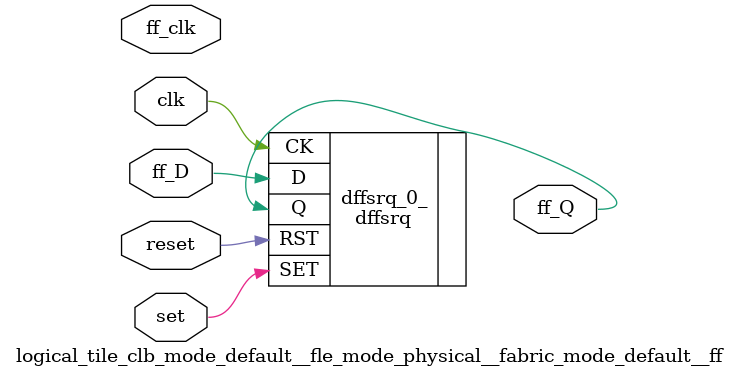
<source format=v>

module logical_tile_clb_mode_default__fle_mode_physical__fabric_mode_default__ff(set,
                                                                                 reset,
                                                                                 clk,
                                                                                 ff_D,
                                                                                 ff_Q,
                                                                                 ff_clk);
//----- GLOBAL PORTS -----
input [0:0] set;
//----- GLOBAL PORTS -----
input [0:0] reset;
//----- GLOBAL PORTS -----
input [0:0] clk;
//----- INPUT PORTS -----
input [0:0] ff_D;
//----- OUTPUT PORTS -----
output [0:0] ff_Q;
//----- CLOCK PORTS -----
input [0:0] ff_clk;

//----- BEGIN wire-connection ports -----
wire [0:0] ff_D;
wire [0:0] ff_Q;
wire [0:0] ff_clk;
//----- END wire-connection ports -----


//----- BEGIN Registered ports -----
//----- END Registered ports -----



// ----- BEGIN Local short connections -----
// ----- END Local short connections -----
// ----- BEGIN Local output short connections -----
// ----- END Local output short connections -----

	dffsrq dffsrq_0_ (
		.SET(set),
		.RST(reset),
		.CK(clk),
		.D(ff_D),
		.Q(ff_Q));

endmodule
// ----- END Verilog module for logical_tile_clb_mode_default__fle_mode_physical__fabric_mode_default__ff -----

//----- Default net type -----
// `default_nettype wire




</source>
